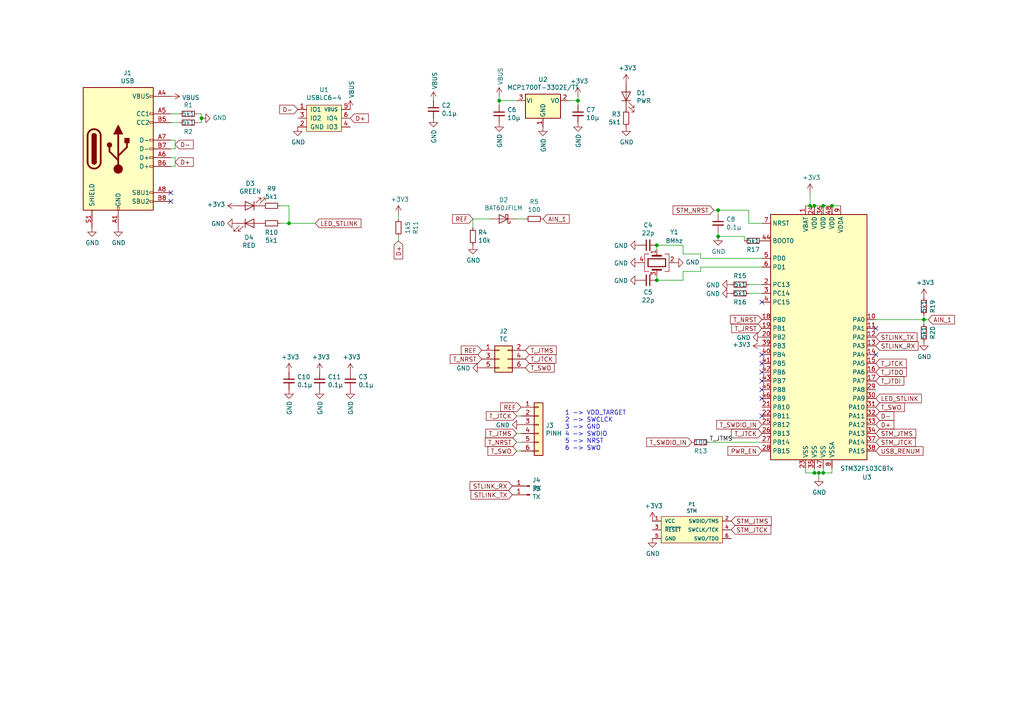
<source format=kicad_sch>
(kicad_sch (version 20211123) (generator eeschema)
  (paper "A4")
  (lib_symbols
    (symbol "Connector:Conn_01x01_Male" (pin_names (offset 1.016) hide)
      (property "Reference" "J" (at 0 2.54 0))
      (property "Value" "Conn_01x01_Male" (at 0 -2.54 0))
      (symbol "Conn_01x01_Male_1_1"
        (polyline (pts (xy 1.27 0) (xy 0.8636 0)) (stroke (width 0.1524)))
        (rectangle (start 0.8636 0.127) (end 0 -0.127) (stroke (width 0.1524)) (fill (type outline)))
        (pin passive line (at 5.08 0 180) (length 3.81) (name "Pin_1") (number "1"))
      )
    )
    (symbol "Connector:USB_C_Receptacle_USB2.0" (pin_names (offset 1.016))
      (property "Reference" "J" (at -10.16 19.05 0))
      (property "Value" "USB_C_Receptacle_USB2.0" (at 19.05 19.05 0))
      (symbol "USB_C_Receptacle_USB2.0_0_0"
        (rectangle (start -0.254 -17.78) (end 0.254 -16.764))
        (rectangle (start 10.16 -14.986) (end 9.144 -15.494))
        (rectangle (start 10.16 -12.446) (end 9.144 -12.954))
        (rectangle (start 10.16 -4.826) (end 9.144 -5.334))
        (rectangle (start 10.16 -2.286) (end 9.144 -2.794))
        (rectangle (start 10.16 0.254) (end 9.144 -0.254))
        (rectangle (start 10.16 2.794) (end 9.144 2.286))
        (rectangle (start 10.16 7.874) (end 9.144 7.366))
        (rectangle (start 10.16 10.414) (end 9.144 9.906))
        (rectangle (start 10.16 15.494) (end 9.144 14.986))
      )
      (symbol "USB_C_Receptacle_USB2.0_0_1"
        (rectangle (start -10.16 17.78) (end 10.16 -17.78) (stroke (width 0.254)) (fill (type background)))
        (arc (start -8.89 -3.81) (mid -6.985 -5.715) (end -5.08 -3.81) (stroke (width 0.508)))
        (arc (start -7.62 -3.81) (mid -6.985 -4.445) (end -6.35 -3.81) (stroke (width 0.254)))
        (arc (start -7.62 -3.81) (mid -6.985 -4.445) (end -6.35 -3.81) (stroke (width 0.254)) (fill (type outline)))
        (rectangle (start -7.62 -3.81) (end -6.35 3.81) (stroke (width 0.254)) (fill (type outline)))
        (arc (start -6.35 3.81) (mid -6.985 4.445) (end -7.62 3.81) (stroke (width 0.254)))
        (arc (start -6.35 3.81) (mid -6.985 4.445) (end -7.62 3.81) (stroke (width 0.254)) (fill (type outline)))
        (arc (start -5.08 3.81) (mid -6.985 5.715) (end -8.89 3.81) (stroke (width 0.508)))
        (circle (center -2.54 1.143) (radius 0.635) (stroke (width 0.254)) (fill (type outline)))
        (circle (center 0 -5.842) (radius 1.27) (fill (type outline)))
        (polyline (pts (xy -8.89 -3.81) (xy -8.89 3.81)) (stroke (width 0.508)))
        (polyline (pts (xy -5.08 3.81) (xy -5.08 -3.81)) (stroke (width 0.508)))
        (polyline (pts (xy 0 -5.842) (xy 0 4.318)) (stroke (width 0.508)))
        (polyline (pts (xy 0 -3.302) (xy -2.54 -0.762) (xy -2.54 0.508)) (stroke (width 0.508)))
        (polyline (pts (xy 0 -2.032) (xy 2.54 0.508) (xy 2.54 1.778)) (stroke (width 0.508)))
        (polyline (pts (xy -1.27 4.318) (xy 0 6.858) (xy 1.27 4.318) (xy -1.27 4.318)) (stroke (width 0.254)) (fill (type outline)))
        (rectangle (start 1.905 1.778) (end 3.175 3.048) (stroke (width 0.254)) (fill (type outline)))
      )
      (symbol "USB_C_Receptacle_USB2.0_1_1"
        (pin power_in line (at 0 -22.86 90) (length 5.08) (name "GND") (number "A1"))
        (pin passive line (at 0 -22.86 90) (length 5.08) hide (name "GND") (number "A12"))
        (pin power_in line (at 15.24 15.24 180) (length 5.08) (name "VBUS") (number "A4"))
        (pin bidirectional line (at 15.24 10.16 180) (length 5.08) (name "CC1") (number "A5"))
        (pin bidirectional line (at 15.24 -2.54 180) (length 5.08) (name "D+") (number "A6"))
        (pin bidirectional line (at 15.24 2.54 180) (length 5.08) (name "D-") (number "A7"))
        (pin bidirectional line (at 15.24 -12.7 180) (length 5.08) (name "SBU1") (number "A8"))
        (pin passive line (at 15.24 15.24 180) (length 5.08) hide (name "VBUS") (number "A9"))
        (pin passive line (at 0 -22.86 90) (length 5.08) hide (name "GND") (number "B1"))
        (pin passive line (at 0 -22.86 90) (length 5.08) hide (name "GND") (number "B12"))
        (pin passive line (at 15.24 15.24 180) (length 5.08) hide (name "VBUS") (number "B4"))
        (pin bidirectional line (at 15.24 7.62 180) (length 5.08) (name "CC2") (number "B5"))
        (pin bidirectional line (at 15.24 -5.08 180) (length 5.08) (name "D+") (number "B6"))
        (pin bidirectional line (at 15.24 0 180) (length 5.08) (name "D-") (number "B7"))
        (pin bidirectional line (at 15.24 -15.24 180) (length 5.08) (name "SBU2") (number "B8"))
        (pin passive line (at 15.24 15.24 180) (length 5.08) hide (name "VBUS") (number "B9"))
        (pin passive line (at -7.62 -22.86 90) (length 5.08) (name "SHIELD") (number "S1"))
      )
    )
    (symbol "Connector_Generic:Conn_01x06" (pin_names (offset 1.016) hide)
      (property "Reference" "J" (at 0 7.62 0))
      (property "Value" "Conn_01x06" (at 0 -10.16 0))
      (symbol "Conn_01x06_1_1"
        (rectangle (start -1.27 -7.493) (end 0 -7.747) (stroke (width 0.1524)))
        (rectangle (start -1.27 -4.953) (end 0 -5.207) (stroke (width 0.1524)))
        (rectangle (start -1.27 -2.413) (end 0 -2.667) (stroke (width 0.1524)))
        (rectangle (start -1.27 0.127) (end 0 -0.127) (stroke (width 0.1524)))
        (rectangle (start -1.27 2.667) (end 0 2.413) (stroke (width 0.1524)))
        (rectangle (start -1.27 5.207) (end 0 4.953) (stroke (width 0.1524)))
        (rectangle (start -1.27 6.35) (end 1.27 -8.89) (stroke (width 0.254)) (fill (type background)))
        (pin passive line (at -5.08 5.08 0) (length 3.81) (name "Pin_1") (number "1"))
        (pin passive line (at -5.08 2.54 0) (length 3.81) (name "Pin_2") (number "2"))
        (pin passive line (at -5.08 0 0) (length 3.81) (name "Pin_3") (number "3"))
        (pin passive line (at -5.08 -2.54 0) (length 3.81) (name "Pin_4") (number "4"))
        (pin passive line (at -5.08 -5.08 0) (length 3.81) (name "Pin_5") (number "5"))
        (pin passive line (at -5.08 -7.62 0) (length 3.81) (name "Pin_6") (number "6"))
      )
    )
    (symbol "Connector_Generic:Conn_02x03_Odd_Even" (pin_names (offset 1.016) hide)
      (property "Reference" "J" (at 1.27 5.08 0))
      (property "Value" "Conn_02x03_Odd_Even" (at 1.27 -5.08 0))
      (symbol "Conn_02x03_Odd_Even_1_1"
        (rectangle (start -1.27 -2.413) (end 0 -2.667) (stroke (width 0.1524)))
        (rectangle (start -1.27 0.127) (end 0 -0.127) (stroke (width 0.1524)))
        (rectangle (start -1.27 2.667) (end 0 2.413) (stroke (width 0.1524)))
        (rectangle (start -1.27 3.81) (end 3.81 -3.81) (stroke (width 0.254)) (fill (type background)))
        (rectangle (start 3.81 -2.413) (end 2.54 -2.667) (stroke (width 0.1524)))
        (rectangle (start 3.81 0.127) (end 2.54 -0.127) (stroke (width 0.1524)))
        (rectangle (start 3.81 2.667) (end 2.54 2.413) (stroke (width 0.1524)))
        (pin passive line (at -5.08 2.54 0) (length 3.81) (name "Pin_1") (number "1"))
        (pin passive line (at 7.62 2.54 180) (length 3.81) (name "Pin_2") (number "2"))
        (pin passive line (at -5.08 0 0) (length 3.81) (name "Pin_3") (number "3"))
        (pin passive line (at 7.62 0 180) (length 3.81) (name "Pin_4") (number "4"))
        (pin passive line (at -5.08 -2.54 0) (length 3.81) (name "Pin_5") (number "5"))
        (pin passive line (at 7.62 -2.54 180) (length 3.81) (name "Pin_6") (number "6"))
      )
    )
    (symbol "Device:C_Small" (pin_numbers hide) (pin_names (offset 0.254) hide)
      (property "Reference" "C" (at 0.254 1.778 0))
      (property "Value" "C_Small" (at 0.254 -2.032 0))
      (symbol "C_Small_0_1"
        (polyline (pts (xy -1.524 -0.508) (xy 1.524 -0.508)) (stroke (width 0.3302)))
        (polyline (pts (xy -1.524 0.508) (xy 1.524 0.508)) (stroke (width 0.3048)))
      )
      (symbol "C_Small_1_1"
        (pin passive line (at 0 2.54 270) (length 2.032) (name "~") (number "1"))
        (pin passive line (at 0 -2.54 90) (length 2.032) (name "~") (number "2"))
      )
    )
    (symbol "Device:Crystal_GND24" (pin_names (offset 1.016) hide)
      (property "Reference" "Y" (at 3.175 5.08 0))
      (property "Value" "Crystal_GND24" (at 3.175 3.175 0))
      (symbol "Crystal_GND24_0_1"
        (rectangle (start -1.143 2.54) (end 1.143 -2.54) (stroke (width 0.3048)))
        (polyline (pts (xy -2.54 0) (xy -2.032 0)))
        (polyline (pts (xy -2.032 -1.27) (xy -2.032 1.27)) (stroke (width 0.508)))
        (polyline (pts (xy 0 -3.81) (xy 0 -3.556)))
        (polyline (pts (xy 0 3.556) (xy 0 3.81)))
        (polyline (pts (xy 2.032 -1.27) (xy 2.032 1.27)) (stroke (width 0.508)))
        (polyline (pts (xy 2.032 0) (xy 2.54 0)))
        (polyline (pts (xy -2.54 -2.286) (xy -2.54 -3.556) (xy 2.54 -3.556) (xy 2.54 -2.286)))
        (polyline (pts (xy -2.54 2.286) (xy -2.54 3.556) (xy 2.54 3.556) (xy 2.54 2.286)))
      )
      (symbol "Crystal_GND24_1_1"
        (pin passive line (at -3.81 0 0) (length 1.27) (name "1") (number "1"))
        (pin passive line (at 0 5.08 270) (length 1.27) (name "2") (number "2"))
        (pin passive line (at 3.81 0 180) (length 1.27) (name "3") (number "3"))
        (pin passive line (at 0 -5.08 90) (length 1.27) (name "4") (number "4"))
      )
    )
    (symbol "Device:LED" (pin_numbers hide) (pin_names (offset 1.016) hide)
      (property "Reference" "D" (at 0 2.54 0))
      (property "Value" "LED" (at 0 -2.54 0))
      (symbol "LED_0_1"
        (polyline (pts (xy -1.27 -1.27) (xy -1.27 1.27)) (stroke (width 0.2032)))
        (polyline (pts (xy -1.27 0) (xy 1.27 0)))
        (polyline (pts (xy 1.27 -1.27) (xy 1.27 1.27) (xy -1.27 0) (xy 1.27 -1.27)) (stroke (width 0.2032)))
        (polyline (pts (xy -3.048 -0.762) (xy -4.572 -2.286) (xy -3.81 -2.286) (xy -4.572 -2.286) (xy -4.572 -1.524)))
        (polyline (pts (xy -1.778 -0.762) (xy -3.302 -2.286) (xy -2.54 -2.286) (xy -3.302 -2.286) (xy -3.302 -1.524)))
      )
      (symbol "LED_1_1"
        (pin passive line (at -3.81 0 0) (length 2.54) (name "K") (number "1"))
        (pin passive line (at 3.81 0 180) (length 2.54) (name "A") (number "2"))
      )
    )
    (symbol "Device:R_Small" (pin_numbers hide) (pin_names (offset 0.254) hide)
      (property "Reference" "R" (at 0.762 0.508 0))
      (property "Value" "R_Small" (at 0.762 -1.016 0))
      (symbol "R_Small_0_1"
        (rectangle (start -0.762 1.778) (end 0.762 -1.778) (stroke (width 0.2032)))
      )
      (symbol "R_Small_1_1"
        (pin passive line (at 0 2.54 270) (length 0.762) (name "~") (number "1"))
        (pin passive line (at 0 -2.54 90) (length 0.762) (name "~") (number "2"))
      )
    )
    (symbol "JEGGER_s-link-rescue:BAT60A-Diode" (pin_numbers hide) (pin_names (offset 1.016) hide)
      (property "Reference" "D" (at 0 2.54 0))
      (property "Value" "BAT60A-Diode" (at 0 -2.54 0))
      (symbol "BAT60A-Diode_0_1"
        (polyline (pts (xy 1.27 0) (xy -1.27 0)))
        (polyline (pts (xy 1.27 1.27) (xy 1.27 -1.27) (xy -1.27 0) (xy 1.27 1.27)) (stroke (width 0.2032)))
        (polyline (pts (xy -1.905 0.635) (xy -1.905 1.27) (xy -1.27 1.27) (xy -1.27 -1.27) (xy -0.635 -1.27) (xy -0.635 -0.635)) (stroke (width 0.2032)))
      )
      (symbol "BAT60A-Diode_1_1"
        (pin passive line (at -3.81 0 0) (length 2.54) (name "K") (number "1"))
        (pin passive line (at 3.81 0 180) (length 2.54) (name "A") (number "2"))
      )
    )
    (symbol "MCU_ST_STM32F1:STM32F103CBTx"
      (property "Reference" "U" (at -15.24 36.83 0))
      (property "Value" "STM32F103CBTx" (at 7.62 36.83 0))
      (symbol "STM32F103CBTx_0_1"
        (rectangle (start -15.24 -35.56) (end 12.7 35.56) (stroke (width 0.254)) (fill (type background)))
      )
      (symbol "STM32F103CBTx_1_1"
        (pin power_in line (at -5.08 38.1 270) (length 2.54) (name "VBAT") (number "1"))
        (pin bidirectional line (at 15.24 5.08 180) (length 2.54) (name "PA0") (number "10"))
        (pin bidirectional line (at 15.24 2.54 180) (length 2.54) (name "PA1") (number "11"))
        (pin bidirectional line (at 15.24 0 180) (length 2.54) (name "PA2") (number "12"))
        (pin bidirectional line (at 15.24 -2.54 180) (length 2.54) (name "PA3") (number "13"))
        (pin bidirectional line (at 15.24 -5.08 180) (length 2.54) (name "PA4") (number "14"))
        (pin bidirectional line (at 15.24 -7.62 180) (length 2.54) (name "PA5") (number "15"))
        (pin bidirectional line (at 15.24 -10.16 180) (length 2.54) (name "PA6") (number "16"))
        (pin bidirectional line (at 15.24 -12.7 180) (length 2.54) (name "PA7") (number "17"))
        (pin bidirectional line (at -17.78 5.08 0) (length 2.54) (name "PB0") (number "18"))
        (pin bidirectional line (at -17.78 2.54 0) (length 2.54) (name "PB1") (number "19"))
        (pin bidirectional line (at -17.78 15.24 0) (length 2.54) (name "PC13") (number "2"))
        (pin bidirectional line (at -17.78 0 0) (length 2.54) (name "PB2") (number "20"))
        (pin bidirectional line (at -17.78 -20.32 0) (length 2.54) (name "PB10") (number "21"))
        (pin bidirectional line (at -17.78 -22.86 0) (length 2.54) (name "PB11") (number "22"))
        (pin power_in line (at -5.08 -38.1 90) (length 2.54) (name "VSS") (number "23"))
        (pin power_in line (at -2.54 38.1 270) (length 2.54) (name "VDD") (number "24"))
        (pin bidirectional line (at -17.78 -25.4 0) (length 2.54) (name "PB12") (number "25"))
        (pin bidirectional line (at -17.78 -27.94 0) (length 2.54) (name "PB13") (number "26"))
        (pin bidirectional line (at -17.78 -30.48 0) (length 2.54) (name "PB14") (number "27"))
        (pin bidirectional line (at -17.78 -33.02 0) (length 2.54) (name "PB15") (number "28"))
        (pin bidirectional line (at 15.24 -15.24 180) (length 2.54) (name "PA8") (number "29"))
        (pin bidirectional line (at -17.78 12.7 0) (length 2.54) (name "PC14") (number "3"))
        (pin bidirectional line (at 15.24 -17.78 180) (length 2.54) (name "PA9") (number "30"))
        (pin bidirectional line (at 15.24 -20.32 180) (length 2.54) (name "PA10") (number "31"))
        (pin bidirectional line (at 15.24 -22.86 180) (length 2.54) (name "PA11") (number "32"))
        (pin bidirectional line (at 15.24 -25.4 180) (length 2.54) (name "PA12") (number "33"))
        (pin bidirectional line (at 15.24 -27.94 180) (length 2.54) (name "PA13") (number "34"))
        (pin power_in line (at -2.54 -38.1 90) (length 2.54) (name "VSS") (number "35"))
        (pin power_in line (at 0 38.1 270) (length 2.54) (name "VDD") (number "36"))
        (pin bidirectional line (at 15.24 -30.48 180) (length 2.54) (name "PA14") (number "37"))
        (pin bidirectional line (at 15.24 -33.02 180) (length 2.54) (name "PA15") (number "38"))
        (pin bidirectional line (at -17.78 -2.54 0) (length 2.54) (name "PB3") (number "39"))
        (pin bidirectional line (at -17.78 10.16 0) (length 2.54) (name "PC15") (number "4"))
        (pin bidirectional line (at -17.78 -5.08 0) (length 2.54) (name "PB4") (number "40"))
        (pin bidirectional line (at -17.78 -7.62 0) (length 2.54) (name "PB5") (number "41"))
        (pin bidirectional line (at -17.78 -10.16 0) (length 2.54) (name "PB6") (number "42"))
        (pin bidirectional line (at -17.78 -12.7 0) (length 2.54) (name "PB7") (number "43"))
        (pin input line (at -17.78 27.94 0) (length 2.54) (name "BOOT0") (number "44"))
        (pin bidirectional line (at -17.78 -15.24 0) (length 2.54) (name "PB8") (number "45"))
        (pin bidirectional line (at -17.78 -17.78 0) (length 2.54) (name "PB9") (number "46"))
        (pin power_in line (at 0 -38.1 90) (length 2.54) (name "VSS") (number "47"))
        (pin power_in line (at 2.54 38.1 270) (length 2.54) (name "VDD") (number "48"))
        (pin input line (at -17.78 22.86 0) (length 2.54) (name "PD0") (number "5"))
        (pin input line (at -17.78 20.32 0) (length 2.54) (name "PD1") (number "6"))
        (pin input line (at -17.78 33.02 0) (length 2.54) (name "NRST") (number "7"))
        (pin power_in line (at 2.54 -38.1 90) (length 2.54) (name "VSSA") (number "8"))
        (pin power_in line (at 5.08 38.1 270) (length 2.54) (name "VDDA") (number "9"))
      )
    )
    (symbol "Regulator_Linear:MCP1700-3302E_SOT23" (pin_names (offset 0.254))
      (property "Reference" "U" (at -3.81 3.175 0))
      (property "Value" "MCP1700-3302E_SOT23" (at 0 3.175 0))
      (symbol "MCP1700-3302E_SOT23_0_1"
        (rectangle (start -5.08 1.905) (end 5.08 -5.08) (stroke (width 0.254)) (fill (type background)))
      )
      (symbol "MCP1700-3302E_SOT23_1_1"
        (pin power_in line (at 0 -7.62 90) (length 2.54) (name "GND") (number "1"))
        (pin power_out line (at 7.62 0 180) (length 2.54) (name "VO") (number "2"))
        (pin power_in line (at -7.62 0 0) (length 2.54) (name "VI") (number "3"))
      )
    )
    (symbol "otter:TC2030-CTX-Tag-Connect" (pin_names (offset 1.016))
      (property "Reference" "P" (at -1.27 -5.08 0))
      (property "Value" "TC2030-CTX-Tag-Connect" (at 0 5.08 0))
      (symbol "TC2030-CTX-Tag-Connect_0_1"
        (rectangle (start 8.89 3.81) (end -8.89 -3.81) (fill (type background)))
      )
      (symbol "TC2030-CTX-Tag-Connect_1_1"
        (pin passive line (at -11.43 2.54 0) (length 2.54) (name "VCC") (number "1"))
        (pin passive line (at 11.43 2.54 180) (length 2.54) (name "SWDIO/TMS") (number "2"))
        (pin passive line (at -11.43 0 0) (length 2.54) (name "~{RESET}") (number "3"))
        (pin passive line (at 11.43 0 180) (length 2.54) (name "SWCLK/TCK") (number "4"))
        (pin passive line (at -11.43 -2.54 0) (length 2.54) (name "GND") (number "5"))
        (pin passive line (at 11.43 -2.54 180) (length 2.54) (name "SWO/TDO") (number "6"))
      )
    )
    (symbol "otter:USBLC6-4" (pin_names (offset 1.016))
      (property "Reference" "U" (at 0 7.62 0))
      (property "Value" "otter_USBLC6-4" (at 0 5.08 0))
      (symbol "USBLC6-4_0_1"
        (rectangle (start -5.08 3.81) (end 5.08 -3.81) (fill (type background)))
      )
      (symbol "USBLC6-4_1_1"
        (pin input line (at -7.62 2.54 0) (length 2.54) (name "IO1") (number "1"))
        (pin input line (at -7.62 -2.54 0) (length 2.54) (name "GND") (number "2"))
        (pin input line (at -7.62 0 0) (length 2.54) (name "IO2") (number "3"))
        (pin input line (at 7.62 -2.54 180) (length 2.54) (name "IO3") (number "4"))
        (pin input line (at 7.62 2.54 180) (length 2.54) (name "VBUS") (number "5"))
        (pin input line (at 7.62 0 180) (length 2.54) (name "IO4") (number "6"))
      )
    )
    (symbol "power:+3.3V" (power) (pin_names (offset 0))
      (property "Value" "+3.3V" (at 0 3.556 0))
      (symbol "+3.3V_0_1"
        (polyline (pts (xy -0.762 1.27) (xy 0 2.54)))
        (polyline (pts (xy 0 0) (xy 0 2.54)))
        (polyline (pts (xy 0 2.54) (xy 0.762 1.27)))
      )
      (symbol "+3.3V_1_1"
        (pin power_in line (at 0 0 90) (length 0) hide (name "+3V3") (number "1"))
      )
    )
    (symbol "power:GND" (power) (pin_names (offset 0))
      (property "Value" "GND" (at 0 -3.81 0))
      (symbol "GND_0_1"
        (polyline (pts (xy 0 0) (xy 0 -1.27) (xy 1.27 -1.27) (xy 0 -2.54) (xy -1.27 -1.27) (xy 0 -1.27)))
      )
      (symbol "GND_1_1"
        (pin power_in line (at 0 0 270) (length 0) hide (name "GND") (number "1"))
      )
    )
    (symbol "power:VBUS" (power) (pin_names (offset 0))
      (property "Value" "VBUS" (at 0 3.81 0))
      (symbol "VBUS_0_1"
        (polyline (pts (xy -0.762 1.27) (xy 0 2.54)))
        (polyline (pts (xy 0 0) (xy 0 2.54)))
        (polyline (pts (xy 0 2.54) (xy 0.762 1.27)))
      )
      (symbol "VBUS_1_1"
        (pin power_in line (at 0 0 90) (length 0) hide (name "VBUS") (number "1"))
      )
    )
  )
  (junction (at 208.28 60.96))
  (junction (at 144.78 29.21))
  (junction (at 236.22 137.16))
  (junction (at 237.49 137.16))
  (junction (at 83.82 64.77))
  (junction (at 234.95 59.69))
  (junction (at 190.5 81.28))
  (junction (at 267.97 92.71))
  (junction (at 58.42 34.29))
  (junction (at 241.3 59.69))
  (junction (at 238.76 59.69))
  (junction (at 238.76 137.16))
  (junction (at 236.22 59.69))
  (junction (at 167.64 29.21))
  (junction (at 190.5 71.12))
  (junction (at 208.28 68.58))
  (no_connect (at 220.98 102.87))
  (no_connect (at 254 102.87))
  (no_connect (at 254 95.25))
  (no_connect (at 49.53 55.88))
  (no_connect (at 220.98 107.95))
  (no_connect (at 49.53 58.42))
  (no_connect (at 220.98 113.03))
  (no_connect (at 220.98 87.63))
  (no_connect (at 220.98 120.65))
  (no_connect (at 220.98 115.57))
  (no_connect (at 220.98 105.41))
  (no_connect (at 220.98 110.49))
  (wire (pts (xy 205.74 128.27) (xy 220.98 128.27)))
  (wire (pts (xy 267.97 93.98) (xy 267.97 92.71)))
  (wire (pts (xy 241.3 135.89) (xy 241.3 137.16)))
  (wire (pts (xy 203.2 77.47) (xy 203.2 78.74)))
  (wire (pts (xy 50.8 45.72) (xy 50.8 48.26)))
  (wire (pts (xy 52.07 33.02) (xy 49.53 33.02)))
  (wire (pts (xy 151.13 125.73) (xy 149.86 125.73)))
  (wire (pts (xy 220.98 77.47) (xy 203.2 77.47)))
  (wire (pts (xy 241.3 137.16) (xy 238.76 137.16)))
  (wire (pts (xy 167.64 29.21) (xy 165.1 29.21)))
  (wire (pts (xy 203.2 73.66) (xy 198.12 73.66)))
  (wire (pts (xy 198.12 78.74) (xy 198.12 81.28)))
  (wire (pts (xy 167.64 30.48) (xy 167.64 29.21)))
  (wire (pts (xy 115.57 63.5) (xy 115.57 62.23)))
  (wire (pts (xy 220.98 74.93) (xy 203.2 74.93)))
  (wire (pts (xy 81.28 64.77) (xy 83.82 64.77)))
  (wire (pts (xy 137.16 66.04) (xy 137.16 63.5)))
  (wire (pts (xy 149.86 128.27) (xy 151.13 128.27)))
  (wire (pts (xy 83.82 59.69) (xy 81.28 59.69)))
  (wire (pts (xy 149.86 29.21) (xy 144.78 29.21)))
  (wire (pts (xy 49.53 35.56) (xy 52.07 35.56)))
  (wire (pts (xy 115.57 69.85) (xy 115.57 68.58)))
  (wire (pts (xy 144.78 29.21) (xy 144.78 30.48)))
  (wire (pts (xy 167.64 27.94) (xy 167.64 29.21)))
  (wire (pts (xy 152.4 63.5) (xy 149.86 63.5)))
  (wire (pts (xy 50.8 40.64) (xy 50.8 43.18)))
  (wire (pts (xy 267.97 92.71) (xy 254 92.71)))
  (wire (pts (xy 269.24 92.71) (xy 267.97 92.71)))
  (wire (pts (xy 238.76 137.16) (xy 237.49 137.16)))
  (wire (pts (xy 49.53 45.72) (xy 50.8 45.72)))
  (wire (pts (xy 58.42 35.56) (xy 58.42 34.29)))
  (wire (pts (xy 233.68 135.89) (xy 233.68 137.16)))
  (wire (pts (xy 190.5 72.39) (xy 190.5 71.12)))
  (wire (pts (xy 58.42 33.02) (xy 57.15 33.02)))
  (wire (pts (xy 203.2 74.93) (xy 203.2 73.66)))
  (wire (pts (xy 151.13 130.81) (xy 149.86 130.81)))
  (wire (pts (xy 215.9 68.58) (xy 215.9 69.85)))
  (wire (pts (xy 83.82 64.77) (xy 83.82 59.69)))
  (wire (pts (xy 234.95 55.88) (xy 234.95 59.69)))
  (wire (pts (xy 236.22 135.89) (xy 236.22 137.16)))
  (wire (pts (xy 198.12 71.12) (xy 198.12 73.66)))
  (wire (pts (xy 190.5 81.28) (xy 198.12 81.28)))
  (wire (pts (xy 149.86 120.65) (xy 151.13 120.65)))
  (wire (pts (xy 198.12 71.12) (xy 190.5 71.12)))
  (wire (pts (xy 198.12 78.74) (xy 203.2 78.74)))
  (wire (pts (xy 234.95 59.69) (xy 233.68 59.69)))
  (wire (pts (xy 238.76 137.16) (xy 238.76 135.89)))
  (wire (pts (xy 50.8 43.18) (xy 49.53 43.18)))
  (wire (pts (xy 208.28 60.96) (xy 208.28 62.23)))
  (wire (pts (xy 241.3 59.69) (xy 238.76 59.69)))
  (wire (pts (xy 208.28 60.96) (xy 217.17 60.96)))
  (wire (pts (xy 220.98 64.77) (xy 217.17 64.77)))
  (wire (pts (xy 91.44 64.77) (xy 83.82 64.77)))
  (wire (pts (xy 57.15 35.56) (xy 58.42 35.56)))
  (wire (pts (xy 144.78 29.21) (xy 144.78 27.94)))
  (wire (pts (xy 243.84 59.69) (xy 241.3 59.69)))
  (wire (pts (xy 207.01 60.96) (xy 208.28 60.96)))
  (wire (pts (xy 237.49 137.16) (xy 237.49 138.43)))
  (wire (pts (xy 236.22 59.69) (xy 234.95 59.69)))
  (wire (pts (xy 190.5 80.01) (xy 190.5 81.28)))
  (wire (pts (xy 50.8 48.26) (xy 49.53 48.26)))
  (wire (pts (xy 217.17 85.09) (xy 220.98 85.09)))
  (wire (pts (xy 142.24 63.5) (xy 137.16 63.5)))
  (wire (pts (xy 233.68 137.16) (xy 236.22 137.16)))
  (wire (pts (xy 267.97 92.71) (xy 267.97 91.44)))
  (wire (pts (xy 238.76 59.69) (xy 236.22 59.69)))
  (wire (pts (xy 208.28 68.58) (xy 208.28 67.31)))
  (wire (pts (xy 58.42 34.29) (xy 58.42 33.02)))
  (wire (pts (xy 49.53 40.64) (xy 50.8 40.64)))
  (wire (pts (xy 217.17 64.77) (xy 217.17 60.96)))
  (wire (pts (xy 220.98 82.55) (xy 217.17 82.55)))
  (wire (pts (xy 208.28 68.58) (xy 215.9 68.58)))
  (wire (pts (xy 236.22 137.16) (xy 237.49 137.16)))
  (text "1 -> VDD_TARGET\n2 -> SWCLCK\n3 -> GND\n4 -> SWDIO\n5 -> NRST\n6 -> SWO" (at 163.83 130.81 0) (effects (font (size 1.27 1.27)) (justify left bottom)))
  (label "T_JTMS" (at 205.74 128.27 0))
  (global_label "PWR_EN" (shape input) (at 220.98 130.81 180) (property "Intersheet References" "${INTERSHEET_REFS}" (effects hide)))
  (global_label "T_JTCK" (shape input) (at 149.86 120.65 180) (property "Intersheet References" "${INTERSHEET_REFS}" (effects hide)))
  (global_label "T_JTDO" (shape input) (at 254 107.95 0) (property "Intersheet References" "${INTERSHEET_REFS}" (effects hide)))
  (global_label "AIN_1" (shape input) (at 157.48 63.5 0) (property "Intersheet References" "${INTERSHEET_REFS}" (effects hide)))
  (global_label "D-" (shape input) (at 86.36 31.75 180) (property "Intersheet References" "${INTERSHEET_REFS}" (effects hide)))
  (global_label "D+" (shape input) (at 254 123.19 0) (property "Intersheet References" "${INTERSHEET_REFS}" (effects hide)))
  (global_label "T_JTCK" (shape input) (at 254 105.41 0) (property "Intersheet References" "${INTERSHEET_REFS}" (effects hide)))
  (global_label "T_SWO" (shape input) (at 149.86 130.81 180) (property "Intersheet References" "${INTERSHEET_REFS}" (effects hide)))
  (global_label "T_SWO" (shape input) (at 254 118.11 0) (property "Intersheet References" "${INTERSHEET_REFS}" (effects hide)))
  (global_label "T_JTMS" (shape input) (at 152.4 101.6 0) (property "Intersheet References" "${INTERSHEET_REFS}" (effects hide)))
  (global_label "STLINK_TX" (shape input) (at 254 97.79 0) (property "Intersheet References" "${INTERSHEET_REFS}" (effects hide)))
  (global_label "T_NRST" (shape input) (at 220.98 92.71 180) (property "Intersheet References" "${INTERSHEET_REFS}" (effects hide)))
  (global_label "STM_JTCK" (shape input) (at 212.09 153.67 0) (property "Intersheet References" "${INTERSHEET_REFS}" (effects hide)))
  (global_label "T_SWO" (shape input) (at 152.4 106.68 0) (property "Intersheet References" "${INTERSHEET_REFS}" (effects hide)))
  (global_label "REF" (shape input) (at 139.7 101.6 180) (property "Intersheet References" "${INTERSHEET_REFS}" (effects hide)))
  (global_label "T_SWDIO_IN" (shape input) (at 200.66 128.27 180) (property "Intersheet References" "${INTERSHEET_REFS}" (effects hide)))
  (global_label "STLINK_RX" (shape input) (at 254 100.33 0) (property "Intersheet References" "${INTERSHEET_REFS}" (effects hide)))
  (global_label "STM_NRST" (shape input) (at 207.01 60.96 180) (property "Intersheet References" "${INTERSHEET_REFS}" (effects hide)))
  (global_label "D+" (shape input) (at 101.6 34.29 0) (property "Intersheet References" "${INTERSHEET_REFS}" (effects hide)))
  (global_label "USB_RENUM" (shape input) (at 254 130.81 0) (property "Intersheet References" "${INTERSHEET_REFS}" (effects hide)))
  (global_label "T_JTCK" (shape input) (at 152.4 104.14 0) (property "Intersheet References" "${INTERSHEET_REFS}" (effects hide)))
  (global_label "D-" (shape input) (at 254 120.65 0) (property "Intersheet References" "${INTERSHEET_REFS}" (effects hide)))
  (global_label "STM_JTMS" (shape input) (at 254 125.73 0) (property "Intersheet References" "${INTERSHEET_REFS}" (effects hide)))
  (global_label "LED_STLINK" (shape input) (at 254 115.57 0) (property "Intersheet References" "${INTERSHEET_REFS}" (effects hide)))
  (global_label "T_NRST" (shape input) (at 139.7 104.14 180) (property "Intersheet References" "${INTERSHEET_REFS}" (effects hide)))
  (global_label "STM_JTMS" (shape input) (at 212.09 151.13 0) (property "Intersheet References" "${INTERSHEET_REFS}" (effects hide)))
  (global_label "D+" (shape input) (at 115.57 69.85 270) (property "Intersheet References" "${INTERSHEET_REFS}" (effects hide)))
  (global_label "T_JRST" (shape input) (at 220.98 95.25 180) (property "Intersheet References" "${INTERSHEET_REFS}" (effects hide)))
  (global_label "STLINK_TX" (shape input) (at 148.59 143.51 180) (property "Intersheet References" "${INTERSHEET_REFS}" (effects hide)))
  (global_label "T_JTCK" (shape input) (at 220.98 125.73 180) (property "Intersheet References" "${INTERSHEET_REFS}" (effects hide)))
  (global_label "STM_JTCK" (shape input) (at 254 128.27 0) (property "Intersheet References" "${INTERSHEET_REFS}" (effects hide)))
  (global_label "AIN_1" (shape input) (at 269.24 92.71 0) (property "Intersheet References" "${INTERSHEET_REFS}" (effects hide)))
  (global_label "LED_STLINK" (shape input) (at 91.44 64.77 0) (property "Intersheet References" "${INTERSHEET_REFS}" (effects hide)))
  (global_label "D-" (shape input) (at 50.8 41.91 0) (property "Intersheet References" "${INTERSHEET_REFS}" (effects hide)))
  (global_label "D+" (shape input) (at 50.8 46.99 0) (property "Intersheet References" "${INTERSHEET_REFS}" (effects hide)))
  (global_label "T_SWDIO_IN" (shape input) (at 220.98 123.19 180) (property "Intersheet References" "${INTERSHEET_REFS}" (effects hide)))
  (global_label "T_NRST" (shape input) (at 149.86 128.27 180) (property "Intersheet References" "${INTERSHEET_REFS}" (effects hide)))
  (global_label "REF" (shape input) (at 151.13 118.11 180) (property "Intersheet References" "${INTERSHEET_REFS}" (effects hide)))
  (global_label "STLINK_RX" (shape input) (at 148.59 140.97 180) (property "Intersheet References" "${INTERSHEET_REFS}" (effects hide)))
  (global_label "T_JTMS" (shape input) (at 149.86 125.73 180) (property "Intersheet References" "${INTERSHEET_REFS}" (effects hide)))
  (global_label "REF" (shape input) (at 137.16 63.5 180) (property "Intersheet References" "${INTERSHEET_REFS}" (effects hide)))
  (global_label "T_JTDI" (shape input) (at 254 110.49 0) (property "Intersheet References" "${INTERSHEET_REFS}" (effects hide)))
  (symbol (lib_id "MCU_ST_STM32F1:STM32F103CBTx") (at 238.76 97.79 0) (unit 1)
    (property "Reference" "U3" (at 251.46 138.43 0))
    (property "Value" "STM32F103CBTx" (at 251.46 135.89 0))
    (property "Footprint" "otter:LQFP-48_7x7mm_P0.5mm" (effects hide))
    (property "Datasheet" "http://www.st.com/st-web-ui/static/active/en/resource/technical/document/datasheet/CD00161566.pdf" (effects hide))
  )
  (symbol (lib_id "Device:C_Small") (at 144.78 33.02 0) (unit 1)
    (property "Reference" "C6" (at 147.1168 31.8516 0) (effects (justify left)))
    (property "Value" "10µ" (at 147.1168 34.163 0) (effects (justify left)))
    (property "Footprint" "otter:C_0402" (effects hide))
  )
  (symbol (lib_id "power:VBUS") (at 144.78 27.94 0) (unit 1)
    (property "Reference" "#PWR0105" (effects hide))
    (property "Value" "VBUS" (at 145.161 24.6888 90) (effects (justify left)))
  )
  (symbol (lib_id "power:GND") (at 144.78 35.56 0) (unit 1)
    (property "Reference" "#PWR0106" (effects hide))
    (property "Value" "GND" (at 144.907 38.8112 90) (effects (justify right)))
  )
  (symbol (lib_id "Device:C_Small") (at 167.64 33.02 0) (unit 1)
    (property "Reference" "C7" (at 169.9768 31.8516 0) (effects (justify left)))
    (property "Value" "10µ" (at 169.9768 34.163 0) (effects (justify left)))
    (property "Footprint" "otter:C_0402" (effects hide))
  )
  (symbol (lib_id "power:GND") (at 167.64 35.56 0) (unit 1)
    (property "Reference" "#PWR0113" (effects hide))
    (property "Value" "GND" (at 167.767 38.8112 90) (effects (justify right)))
  )
  (symbol (lib_id "power:+3.3V") (at 167.64 27.94 0) (unit 1)
    (property "Reference" "#PWR0119" (effects hide))
    (property "Value" "+3.3V" (at 168.021 23.5458 0))
  )
  (symbol (lib_id "power:+3.3V") (at 234.95 55.88 0) (unit 1)
    (property "Reference" "#PWR0123" (effects hide))
    (property "Value" "+3.3V" (at 235.331 51.4858 0))
  )
  (symbol (lib_id "power:GND") (at 157.48 36.83 0) (unit 1)
    (property "Reference" "#PWR0125" (effects hide))
    (property "Value" "GND" (at 157.607 40.0812 90) (effects (justify right)))
  )
  (symbol (lib_id "Device:R_Small") (at 214.63 82.55 270) (unit 1)
    (property "Reference" "R15" (at 214.63 80.01 90))
    (property "Value" "5k1" (at 214.63 82.55 90))
    (property "Footprint" "otter:R_0402" (effects hide))
  )
  (symbol (lib_id "power:GND") (at 212.09 82.55 270) (unit 1)
    (property "Reference" "#PWR0126" (effects hide))
    (property "Value" "GND" (at 208.8388 82.677 90) (effects (justify right)))
  )
  (symbol (lib_id "Device:R_Small") (at 214.63 85.09 270) (unit 1)
    (property "Reference" "R16" (at 214.63 87.63 90))
    (property "Value" "5k1" (at 214.63 85.09 90))
    (property "Footprint" "otter:R_0402" (effects hide))
  )
  (symbol (lib_id "power:GND") (at 212.09 85.09 270) (unit 1)
    (property "Reference" "#PWR0127" (effects hide))
    (property "Value" "GND" (at 208.8388 85.217 90) (effects (justify right)))
  )
  (symbol (lib_id "Connector:USB_C_Receptacle_USB2.0") (at 34.29 43.18 0) (unit 1)
    (property "Reference" "J1" (at 37.0078 21.1582 0))
    (property "Value" "USB" (at 37.0078 23.4696 0))
    (property "Footprint" "otter:USB-C 16Pin" (effects hide))
    (property "Datasheet" "https://www.usb.org/sites/default/files/documents/usb_type-c.zip" (effects hide))
  )
  (symbol (lib_id "power:GND") (at 34.29 66.04 0) (unit 1)
    (property "Reference" "#PWR0101" (effects hide))
    (property "Value" "GND" (at 34.417 70.4342 0))
  )
  (symbol (lib_id "power:GND") (at 26.67 66.04 0) (unit 1)
    (property "Reference" "#PWR0102" (effects hide))
    (property "Value" "GND" (at 26.797 70.4342 0))
  )
  (symbol (lib_id "power:VBUS") (at 49.53 27.94 270) (unit 1)
    (property "Reference" "#PWR0103" (effects hide))
    (property "Value" "VBUS" (at 52.7812 28.321 90) (effects (justify left)))
  )
  (symbol (lib_id "Device:R_Small") (at 54.61 33.02 270) (unit 1)
    (property "Reference" "R1" (at 54.61 30.48 90))
    (property "Value" "5k1" (at 54.61 33.02 90))
    (property "Footprint" "otter:R_0402" (effects hide))
  )
  (symbol (lib_id "Device:R_Small") (at 54.61 35.56 270) (unit 1)
    (property "Reference" "R2" (at 54.61 38.2016 90))
    (property "Value" "5k1" (at 54.61 35.56 90))
    (property "Footprint" "otter:R_0402" (effects hide))
  )
  (symbol (lib_id "power:GND") (at 58.42 34.29 90) (unit 1)
    (property "Reference" "#PWR0104" (effects hide))
    (property "Value" "GND" (at 61.6712 34.163 90) (effects (justify right)))
  )
  (symbol (lib_id "Device:C_Small") (at 208.28 64.77 0) (unit 1)
    (property "Reference" "C8" (at 210.6168 63.6016 0) (effects (justify left)))
    (property "Value" "0.1µ" (at 210.6168 65.913 0) (effects (justify left)))
    (property "Footprint" "otter:C_0402" (effects hide))
  )
  (symbol (lib_id "power:GND") (at 208.28 68.58 0) (unit 1)
    (property "Reference" "#PWR0128" (effects hide))
    (property "Value" "GND" (at 208.407 72.9742 0))
  )
  (symbol (lib_id "Device:C_Small") (at 101.6 110.49 0) (unit 1)
    (property "Reference" "C3" (at 103.9368 109.3216 0) (effects (justify left)))
    (property "Value" "0.1µ" (at 103.9368 111.633 0) (effects (justify left)))
    (property "Footprint" "otter:C_0402" (effects hide))
  )
  (symbol (lib_id "power:GND") (at 237.49 138.43 0) (unit 1)
    (property "Reference" "#PWR0130" (effects hide))
    (property "Value" "GND" (at 237.617 142.8242 0))
  )
  (symbol (lib_id "Device:C_Small") (at 125.73 31.75 0) (unit 1)
    (property "Reference" "C2" (at 128.0668 30.5816 0) (effects (justify left)))
    (property "Value" "0.1µ" (at 128.0668 32.893 0) (effects (justify left)))
    (property "Footprint" "otter:C_0402" (effects hide))
  )
  (symbol (lib_id "power:VBUS") (at 125.73 29.21 0) (unit 1)
    (property "Reference" "#PWR0108" (effects hide))
    (property "Value" "VBUS" (at 126.111 25.9588 90) (effects (justify left)))
  )
  (symbol (lib_id "power:GND") (at 125.73 34.29 0) (unit 1)
    (property "Reference" "#PWR0111" (effects hide))
    (property "Value" "GND" (at 125.857 37.5412 90) (effects (justify right)))
  )
  (symbol (lib_id "power:GND") (at 101.6 113.03 0) (unit 1)
    (property "Reference" "#PWR0112" (effects hide))
    (property "Value" "GND" (at 101.727 116.2812 90) (effects (justify right)))
  )
  (symbol (lib_id "Device:R_Small") (at 267.97 88.9 0) (unit 1)
    (property "Reference" "R19" (at 270.51 88.9 90))
    (property "Value" "5k1" (at 267.97 88.9 90))
    (property "Footprint" "otter:R_0402" (effects hide))
  )
  (symbol (lib_id "Device:R_Small") (at 267.97 96.52 0) (unit 1)
    (property "Reference" "R20" (at 270.51 96.52 90))
    (property "Value" "5k1" (at 267.97 96.52 90))
    (property "Footprint" "otter:R_0402" (effects hide))
  )
  (symbol (lib_id "power:GND") (at 267.97 99.06 0) (unit 1)
    (property "Reference" "#PWR0131" (effects hide))
    (property "Value" "GND" (at 268.097 103.4542 0))
  )
  (symbol (lib_id "power:+3.3V") (at 267.97 86.36 0) (unit 1)
    (property "Reference" "#PWR0132" (effects hide))
    (property "Value" "+3.3V" (at 268.351 81.9658 0))
  )
  (symbol (lib_id "power:GND") (at 185.42 76.2 270) (unit 1)
    (property "Reference" "#PWR0114" (effects hide))
    (property "Value" "GND" (at 182.1688 76.327 90) (effects (justify right)))
  )
  (symbol (lib_id "Device:C_Small") (at 187.96 81.28 270) (unit 1)
    (property "Reference" "C5" (at 187.96 84.7598 90))
    (property "Value" "22p" (at 187.96 87.0712 90))
    (property "Footprint" "otter:C_0402" (effects hide))
  )
  (symbol (lib_id "Device:C_Small") (at 187.96 71.12 90) (unit 1)
    (property "Reference" "C4" (at 187.96 65.3034 90))
    (property "Value" "22p" (at 187.96 67.6148 90))
    (property "Footprint" "otter:C_0402" (effects hide))
  )
  (symbol (lib_id "power:GND") (at 185.42 71.12 270) (unit 1)
    (property "Reference" "#PWR0115" (effects hide))
    (property "Value" "GND" (at 182.1688 71.247 90) (effects (justify right)))
  )
  (symbol (lib_id "power:GND") (at 185.42 81.28 270) (unit 1)
    (property "Reference" "#PWR0116" (effects hide))
    (property "Value" "GND" (at 182.1688 81.407 90) (effects (justify right)))
  )
  (symbol (lib_id "otter:USBLC6-4") (at 93.98 34.29 0) (unit 1)
    (property "Reference" "U1" (at 93.98 26.035 0))
    (property "Value" "USBLC6-4" (at 93.98 28.3464 0))
    (property "Footprint" "Package_TO_SOT_SMD:SOT-23-6" (effects hide))
  )
  (symbol (lib_id "power:VBUS") (at 101.6 31.75 0) (unit 1)
    (property "Reference" "#PWR0117" (effects hide))
    (property "Value" "VBUS" (at 101.981 28.4988 90) (effects (justify left)))
  )
  (symbol (lib_id "power:GND") (at 86.36 36.83 0) (unit 1)
    (property "Reference" "#PWR0118" (effects hide))
    (property "Value" "GND" (at 86.487 41.2242 0))
  )
  (symbol (lib_id "power:GND") (at 220.98 97.79 270) (unit 1)
    (property "Reference" "#PWR0133" (effects hide))
    (property "Value" "GND" (at 217.7288 97.917 90) (effects (justify right)))
  )
  (symbol (lib_id "Connector_Generic:Conn_01x06") (at 156.21 123.19 0) (unit 1)
    (property "Reference" "J3" (at 158.242 123.3932 0) (effects (justify left)))
    (property "Value" "PINH" (at 158.242 125.7046 0) (effects (justify left)))
    (property "Footprint" "otter:PinHeader_1x06_P2.54mm_Vertical_center" (effects hide))
  )
  (symbol (lib_id "Device:R_Small") (at 203.2 128.27 270) (unit 1)
    (property "Reference" "R13" (at 203.2 130.81 90))
    (property "Value" "100" (at 203.2 128.27 90))
    (property "Footprint" "otter:R_0402" (effects hide))
  )
  (symbol (lib_id "power:GND") (at 151.13 123.19 270) (unit 1)
    (property "Reference" "#PWR0120" (effects hide))
    (property "Value" "GND" (at 147.8788 123.317 90) (effects (justify right)))
  )
  (symbol (lib_id "Device:R_Small") (at 218.44 69.85 270) (unit 1)
    (property "Reference" "R17" (at 218.44 72.39 90))
    (property "Value" "5k1" (at 218.44 69.85 90))
    (property "Footprint" "otter:R_0402" (effects hide))
  )
  (symbol (lib_id "Device:C_Small") (at 83.82 110.49 0) (unit 1)
    (property "Reference" "C10" (at 86.1568 109.3216 0) (effects (justify left)))
    (property "Value" "0.1µ" (at 86.1568 111.633 0) (effects (justify left)))
    (property "Footprint" "otter:C_0402" (effects hide))
  )
  (symbol (lib_id "power:GND") (at 83.82 113.03 0) (unit 1)
    (property "Reference" "#PWR0138" (effects hide))
    (property "Value" "GND" (at 83.947 116.2812 90) (effects (justify right)))
  )
  (symbol (lib_id "Connector_Generic:Conn_02x03_Odd_Even") (at 144.78 104.14 0) (unit 1)
    (property "Reference" "J2" (at 146.05 96.0882 0))
    (property "Value" "TC" (at 146.05 98.3996 0))
    (property "Footprint" "otter:IDC-Header_2x03_P2.54mm_Vertical_center" (effects hide))
  )
  (symbol (lib_id "Device:C_Small") (at 92.71 110.49 0) (unit 1)
    (property "Reference" "C11" (at 95.0468 109.3216 0) (effects (justify left)))
    (property "Value" "0.1µ" (at 95.0468 111.633 0) (effects (justify left)))
    (property "Footprint" "otter:C_0402" (effects hide))
  )
  (symbol (lib_id "power:GND") (at 92.71 113.03 0) (unit 1)
    (property "Reference" "#PWR0140" (effects hide))
    (property "Value" "GND" (at 92.837 116.2812 90) (effects (justify right)))
  )
  (symbol (lib_id "power:GND") (at 139.7 106.68 270) (unit 1)
    (property "Reference" "#PWR0121" (effects hide))
    (property "Value" "GND" (at 136.4488 106.807 90) (effects (justify right)))
  )
  (symbol (lib_id "Device:LED") (at 72.39 64.77 0) (unit 1)
    (property "Reference" "D4" (at 72.2122 68.8848 0))
    (property "Value" "RED" (at 72.2122 71.1962 0))
    (property "Footprint" "LED_SMD:LED_0603_1608Metric" (effects hide))
  )
  (symbol (lib_id "power:GND") (at 68.58 64.77 270) (unit 1)
    (property "Reference" "#PWR0141" (effects hide))
    (property "Value" "GND" (at 65.3288 64.897 90) (effects (justify right)))
  )
  (symbol (lib_id "Device:LED") (at 72.39 59.69 180) (unit 1)
    (property "Reference" "D3" (at 72.5678 53.213 0))
    (property "Value" "GREEN" (at 72.5678 55.5244 0))
    (property "Footprint" "LED_SMD:LED_0603_1608Metric" (effects hide))
  )
  (symbol (lib_id "power:+3.3V") (at 68.58 59.69 90) (unit 1)
    (property "Reference" "#PWR0142" (effects hide))
    (property "Value" "+3.3V" (at 65.3288 59.309 90) (effects (justify left)))
  )
  (symbol (lib_id "power:+3.3V") (at 181.61 24.13 0) (unit 1)
    (property "Reference" "#PWR0143" (effects hide))
    (property "Value" "+3.3V" (at 181.991 19.7358 0))
  )
  (symbol (lib_id "Device:LED") (at 181.61 27.94 90) (unit 1)
    (property "Reference" "D1" (at 184.6072 26.9494 90) (effects (justify right)))
    (property "Value" "PWR" (at 184.6072 29.2608 90) (effects (justify right)))
    (property "Footprint" "LED_SMD:LED_0603_1608Metric" (effects hide))
  )
  (symbol (lib_id "Device:R_Small") (at 181.61 34.29 0) (unit 1)
    (property "Reference" "R3" (at 180.1114 33.1216 0) (effects (justify right)))
    (property "Value" "5k1" (at 180.1114 35.433 0) (effects (justify right)))
    (property "Footprint" "otter:R_0402" (effects hide))
  )
  (symbol (lib_id "power:+3.3V") (at 115.57 62.23 0) (unit 1)
    (property "Reference" "#PWR0144" (effects hide))
    (property "Value" "+3.3V" (at 115.951 57.8358 0))
  )
  (symbol (lib_id "power:GND") (at 181.61 36.83 0) (unit 1)
    (property "Reference" "#PWR0122" (effects hide))
    (property "Value" "GND" (at 181.737 41.2242 0))
  )
  (symbol (lib_id "Device:Crystal_GND24") (at 190.5 76.2 270) (unit 1)
    (property "Reference" "Y1" (at 194.31 67.31 90) (effects (justify left)))
    (property "Value" "8Mhz" (at 193.04 69.85 90) (effects (justify left)))
    (property "Footprint" "Crystal:Crystal_SMD_3225-4Pin_3.2x2.5mm" (effects hide))
  )
  (symbol (lib_id "power:GND") (at 195.58 76.2 90) (unit 1)
    (property "Reference" "#PWR0124" (effects hide))
    (property "Value" "GND" (at 198.8312 76.073 90) (effects (justify right)))
  )
  (symbol (lib_id "Device:R_Small") (at 78.74 64.77 90) (unit 1)
    (property "Reference" "R10" (at 78.74 67.4116 90))
    (property "Value" "5k1" (at 78.74 69.723 90))
    (property "Footprint" "otter:R_0402" (effects hide))
  )
  (symbol (lib_id "Device:R_Small") (at 78.74 59.69 270) (unit 1)
    (property "Reference" "R9" (at 78.74 54.7116 90))
    (property "Value" "5k1" (at 78.74 57.023 90))
    (property "Footprint" "otter:R_0402" (effects hide))
  )
  (symbol (lib_id "JEGGER_s-link-rescue:BAT60A-Diode") (at 146.05 63.5 180) (unit 1)
    (property "Reference" "D2" (at 146.05 58.0136 0))
    (property "Value" "BAT60JFILM" (at 146.05 60.325 0))
    (property "Footprint" "Diode_SMD:D_SOD-323" (effects hide))
    (property "Datasheet" "https://www.infineon.com/dgdl/Infineon-BAT60ASERIES-DS-v01_01-en.pdf?fileId=db3a304313d846880113def70c9304a9" (effects hide))
  )
  (symbol (lib_id "Device:R_Small") (at 115.57 66.04 0) (unit 1)
    (property "Reference" "R11" (at 120.5484 66.04 90))
    (property "Value" "1k5" (at 118.237 66.04 90))
    (property "Footprint" "otter:R_0402" (effects hide))
  )
  (symbol (lib_id "Device:R_Small") (at 137.16 68.58 180) (unit 1)
    (property "Reference" "R4" (at 138.6586 67.4116 0) (effects (justify right)))
    (property "Value" "10k" (at 138.6586 69.723 0) (effects (justify right)))
    (property "Footprint" "otter:R_0402" (effects hide))
  )
  (symbol (lib_id "power:GND") (at 137.16 71.12 0) (unit 1)
    (property "Reference" "#PWR0147" (effects hide))
    (property "Value" "GND" (at 137.287 75.5142 0))
  )
  (symbol (lib_id "Device:R_Small") (at 154.94 63.5 90) (unit 1)
    (property "Reference" "R5" (at 154.94 58.5216 90))
    (property "Value" "100" (at 154.94 60.833 90))
    (property "Footprint" "otter:R_0402" (effects hide))
  )
  (symbol (lib_id "otter:TC2030-CTX-Tag-Connect") (at 200.66 153.67 0) (unit 1)
    (property "Reference" "P1" (at 200.66 146.2532 0) (effects (font (size 1.016 1.016))))
    (property "Value" "STM" (at 200.66 148.1836 0) (effects (font (size 1.016 1.016))))
    (property "Footprint" "otter:TC2030" (effects hide))
  )
  (symbol (lib_id "power:+3.3V") (at 189.23 151.13 0) (unit 1)
    (property "Reference" "#PWR0148" (effects hide))
    (property "Value" "+3.3V" (at 189.611 146.7358 0))
  )
  (symbol (lib_id "power:GND") (at 189.23 156.21 0) (unit 1)
    (property "Reference" "#PWR0149" (effects hide))
    (property "Value" "GND" (at 189.357 160.6042 0))
  )
  (symbol (lib_id "Regulator_Linear:MCP1700-3302E_SOT23") (at 157.48 29.21 0) (unit 1)
    (property "Reference" "U2" (at 157.48 23.0632 0))
    (property "Value" "MCP1700T-3302E/TT" (at 157.48 25.3746 0))
    (property "Footprint" "Package_TO_SOT_SMD:SOT-23" (effects hide))
    (property "Datasheet" "http://ww1.microchip.com/downloads/en/DeviceDoc/20001826D.pdf" (effects hide))
  )
  (symbol (lib_id "power:+3.3V") (at 92.71 107.95 0) (unit 1)
    (property "Reference" "#PWR0107" (effects hide))
    (property "Value" "+3.3V" (at 93.091 103.5558 0))
  )
  (symbol (lib_id "power:+3.3V") (at 83.82 107.95 0) (unit 1)
    (property "Reference" "#PWR0109" (effects hide))
    (property "Value" "+3.3V" (at 84.201 103.5558 0))
  )
  (symbol (lib_id "power:+3.3V") (at 101.6 107.95 0) (unit 1)
    (property "Reference" "#PWR0110" (effects hide))
    (property "Value" "+3.3V" (at 101.981 103.5558 0))
  )
  (symbol (lib_id "power:+3.3V") (at 220.98 100.33 90) (unit 1)
    (property "Reference" "#PWR0134" (effects hide))
    (property "Value" "+3.3V" (at 217.7288 99.949 90) (effects (justify left)))
  )
  (symbol (lib_id "Connector:Conn_01x01_Male") (at 153.67 140.97 180) (unit 1)
    (property "Reference" "J4" (at 154.3812 139.2428 0) (effects (justify right)))
    (property "Value" "RX" (at 154.3812 141.5542 0) (effects (justify right)))
    (property "Footprint" "TestPoint:TestPoint_Pad_1.0x1.0mm" (effects hide))
  )
  (symbol (lib_id "Connector:Conn_01x01_Male") (at 153.67 143.51 180) (unit 1)
    (property "Reference" "J5" (at 154.3812 141.7828 0) (effects (justify right)))
    (property "Value" "TX" (at 154.3812 144.0942 0) (effects (justify right)))
    (property "Footprint" "TestPoint:TestPoint_Pad_1.0x1.0mm" (effects hide))
  )
)
</source>
